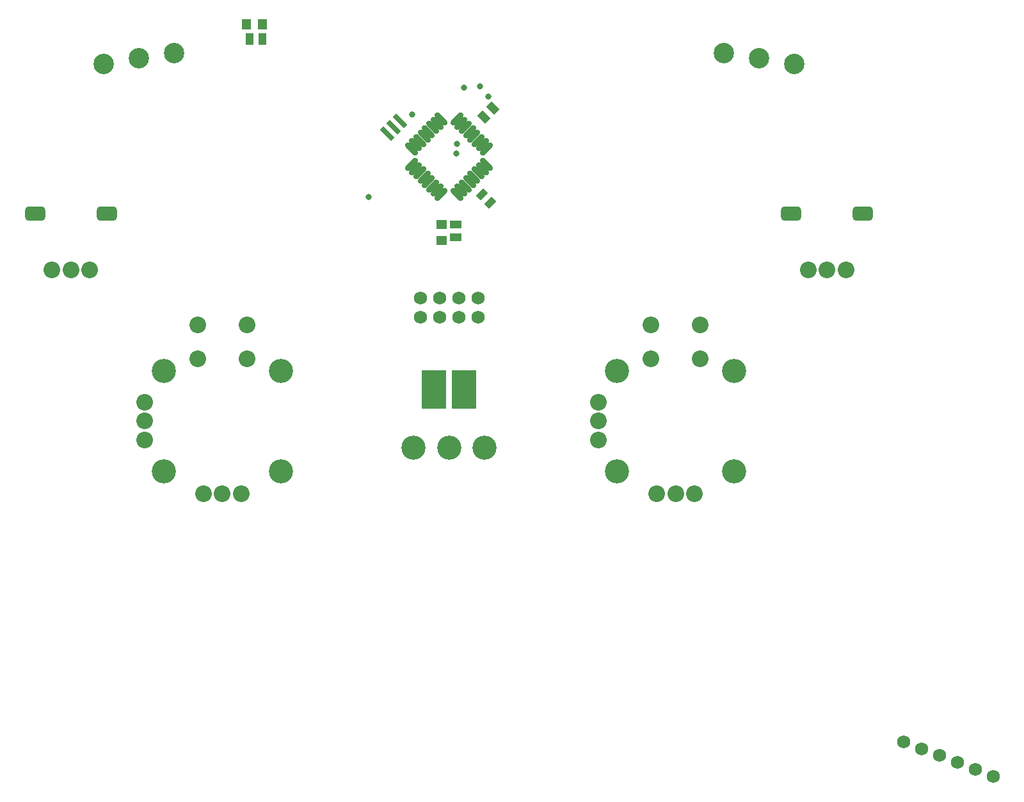
<source format=gts>
G04*
G04 #@! TF.GenerationSoftware,Altium Limited,Altium Designer,21.1.1 (26)*
G04*
G04 Layer_Color=8388736*
%FSLAX25Y25*%
%MOIN*%
G70*
G04*
G04 #@! TF.SameCoordinates,E5C8E51D-CC19-474A-A973-919B29290584*
G04*
G04*
G04 #@! TF.FilePolarity,Negative*
G04*
G01*
G75*
G04:AMPARAMS|DCode=15|XSize=61.15mil|YSize=41.47mil|CornerRadius=0mil|HoleSize=0mil|Usage=FLASHONLY|Rotation=135.000|XOffset=0mil|YOffset=0mil|HoleType=Round|Shape=Rectangle|*
%AMROTATEDRECTD15*
4,1,4,0.03628,-0.00696,0.00696,-0.03628,-0.03628,0.00696,-0.00696,0.03628,0.03628,-0.00696,0.0*
%
%ADD15ROTATEDRECTD15*%

G04:AMPARAMS|DCode=16|XSize=37.4mil|YSize=53.15mil|CornerRadius=0mil|HoleSize=0mil|Usage=FLASHONLY|Rotation=315.000|XOffset=0mil|YOffset=0mil|HoleType=Round|Shape=Rectangle|*
%AMROTATEDRECTD16*
4,1,4,-0.03202,-0.00557,0.00557,0.03202,0.03202,0.00557,-0.00557,-0.03202,-0.03202,-0.00557,0.0*
%
%ADD16ROTATEDRECTD16*%

%ADD17R,0.05131X0.05524*%
%ADD18R,0.04147X0.06115*%
%ADD19R,0.05524X0.05131*%
%ADD20R,0.06115X0.04147*%
G04:AMPARAMS|DCode=21|XSize=31.62mil|YSize=84.77mil|CornerRadius=0mil|HoleSize=0mil|Usage=FLASHONLY|Rotation=315.000|XOffset=0mil|YOffset=0mil|HoleType=Round|Shape=Round|*
%AMOVALD21*
21,1,0.05315,0.03162,0.00000,0.00000,45.0*
1,1,0.03162,-0.01879,-0.01879*
1,1,0.03162,0.01879,0.01879*
%
%ADD21OVALD21*%

G04:AMPARAMS|DCode=22|XSize=31.62mil|YSize=84.77mil|CornerRadius=0mil|HoleSize=0mil|Usage=FLASHONLY|Rotation=45.000|XOffset=0mil|YOffset=0mil|HoleType=Round|Shape=Round|*
%AMOVALD22*
21,1,0.05315,0.03162,0.00000,0.00000,135.0*
1,1,0.03162,0.01879,-0.01879*
1,1,0.03162,-0.01879,0.01879*
%
%ADD22OVALD22*%

G04:AMPARAMS|DCode=23|XSize=82.8mil|YSize=23.75mil|CornerRadius=0mil|HoleSize=0mil|Usage=FLASHONLY|Rotation=135.000|XOffset=0mil|YOffset=0mil|HoleType=Round|Shape=Rectangle|*
%AMROTATEDRECTD23*
4,1,4,0.03767,-0.02088,0.02088,-0.03767,-0.03767,0.02088,-0.02088,0.03767,0.03767,-0.02088,0.0*
%
%ADD23ROTATEDRECTD23*%

%ADD24C,0.12611*%
G04:AMPARAMS|DCode=25|XSize=74.93mil|YSize=106.42mil|CornerRadius=20.73mil|HoleSize=0mil|Usage=FLASHONLY|Rotation=90.000|XOffset=0mil|YOffset=0mil|HoleType=Round|Shape=RoundedRectangle|*
%AMROUNDEDRECTD25*
21,1,0.07493,0.06496,0,0,90.0*
21,1,0.03347,0.10642,0,0,90.0*
1,1,0.04146,0.03248,0.01673*
1,1,0.04146,0.03248,-0.01673*
1,1,0.04146,-0.03248,-0.01673*
1,1,0.04146,-0.03248,0.01673*
%
%ADD25ROUNDEDRECTD25*%
%ADD26C,0.08674*%
%ADD27C,0.10642*%
%ADD28C,0.06800*%
%ADD29R,0.12611X0.20485*%
%ADD30C,0.03162*%
D15*
X22835Y222047D02*
D03*
X18241Y217454D02*
D03*
D16*
X21499Y172989D02*
D03*
X17323Y177165D02*
D03*
D17*
X-97244Y265748D02*
D03*
X-105512D02*
D03*
D18*
X-103740Y258268D02*
D03*
X-97244D02*
D03*
D19*
X-3937Y161417D02*
D03*
Y153150D02*
D03*
D20*
X3543Y154921D02*
D03*
Y161417D02*
D03*
D21*
X4037Y216477D02*
D03*
X6264Y214250D02*
D03*
X8491Y212023D02*
D03*
X10718Y209795D02*
D03*
X12945Y207568D02*
D03*
X15172Y205341D02*
D03*
X17399Y203114D02*
D03*
X19626Y200887D02*
D03*
X-4037Y177224D02*
D03*
X-6264Y179451D02*
D03*
X-8491Y181678D02*
D03*
X-10718Y183905D02*
D03*
X-12945Y186132D02*
D03*
X-15172Y188359D02*
D03*
X-17399Y190587D02*
D03*
X-19626Y192814D02*
D03*
D22*
X19626D02*
D03*
X17399Y190587D02*
D03*
X15172Y188359D02*
D03*
X12945Y186132D02*
D03*
X10718Y183905D02*
D03*
X8491Y181678D02*
D03*
X6264Y179451D02*
D03*
X4037Y177224D02*
D03*
X-19626Y200887D02*
D03*
X-17399Y203114D02*
D03*
X-15172Y205341D02*
D03*
X-12945Y207568D02*
D03*
X-10718Y209795D02*
D03*
X-8491Y212023D02*
D03*
X-6264Y214250D02*
D03*
X-4037Y216477D02*
D03*
D23*
X-25400Y215545D02*
D03*
X-28740Y212205D02*
D03*
X-32081Y208864D02*
D03*
D24*
X0Y45276D02*
D03*
X18504D02*
D03*
X-18504D02*
D03*
X148622Y85236D02*
D03*
Y32874D02*
D03*
X87598Y85236D02*
D03*
Y32874D02*
D03*
X-87598Y85236D02*
D03*
Y32874D02*
D03*
X-148622Y85236D02*
D03*
Y32874D02*
D03*
D25*
X215551Y167323D02*
D03*
X178150D02*
D03*
X-215551D02*
D03*
X-178150D02*
D03*
D26*
X187008Y137795D02*
D03*
X206693D02*
D03*
X196850D02*
D03*
X-196850D02*
D03*
X-187008D02*
D03*
X-206693D02*
D03*
X108268Y21063D02*
D03*
X118110D02*
D03*
X130905Y91535D02*
D03*
X77756Y68898D02*
D03*
Y59055D02*
D03*
Y49213D02*
D03*
X127953Y21063D02*
D03*
X130905Y109252D02*
D03*
X105315D02*
D03*
Y91535D02*
D03*
X-127953Y21063D02*
D03*
X-118110D02*
D03*
X-105315Y91535D02*
D03*
X-158465Y68898D02*
D03*
Y59055D02*
D03*
Y49213D02*
D03*
X-108268Y21063D02*
D03*
X-105315Y109252D02*
D03*
X-130905D02*
D03*
Y91535D02*
D03*
D27*
X-143129Y250845D02*
D03*
X-179706Y245218D02*
D03*
X-161417Y248031D02*
D03*
X179706Y245218D02*
D03*
X143129Y250845D02*
D03*
X161417Y248031D02*
D03*
D28*
X236991Y-108049D02*
D03*
X246314Y-111665D02*
D03*
X255637Y-115281D02*
D03*
X283607Y-126130D02*
D03*
X274284Y-122514D02*
D03*
X264961Y-118898D02*
D03*
X-15000Y113110D02*
D03*
Y123110D02*
D03*
X-5000D02*
D03*
Y113110D02*
D03*
X5000Y123110D02*
D03*
Y113110D02*
D03*
X15000D02*
D03*
Y123110D02*
D03*
D29*
X7874Y75590D02*
D03*
X-7874D02*
D03*
D30*
X7874Y232998D02*
D03*
X16142Y233465D02*
D03*
X-41732Y175984D02*
D03*
X3802Y198425D02*
D03*
X4331Y203543D02*
D03*
X20472Y228346D02*
D03*
X-19291Y218898D02*
D03*
M02*

</source>
